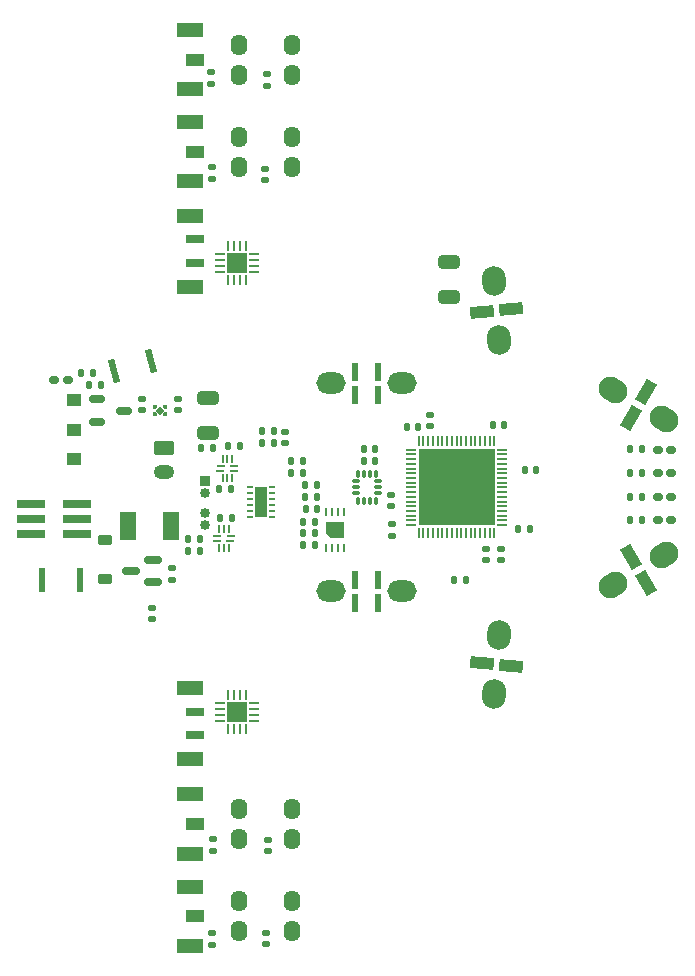
<source format=gbr>
%TF.GenerationSoftware,KiCad,Pcbnew,8.0.3*%
%TF.CreationDate,2024-06-14T00:30:10+09:00*%
%TF.ProjectId,makyi_mouse,6d616b79-695f-46d6-9f75-73652e6b6963,rev?*%
%TF.SameCoordinates,Original*%
%TF.FileFunction,Soldermask,Top*%
%TF.FilePolarity,Negative*%
%FSLAX46Y46*%
G04 Gerber Fmt 4.6, Leading zero omitted, Abs format (unit mm)*
G04 Created by KiCad (PCBNEW 8.0.3) date 2024-06-14 00:30:10*
%MOMM*%
%LPD*%
G01*
G04 APERTURE LIST*
G04 Aperture macros list*
%AMRoundRect*
0 Rectangle with rounded corners*
0 $1 Rounding radius*
0 $2 $3 $4 $5 $6 $7 $8 $9 X,Y pos of 4 corners*
0 Add a 4 corners polygon primitive as box body*
4,1,4,$2,$3,$4,$5,$6,$7,$8,$9,$2,$3,0*
0 Add four circle primitives for the rounded corners*
1,1,$1+$1,$2,$3*
1,1,$1+$1,$4,$5*
1,1,$1+$1,$6,$7*
1,1,$1+$1,$8,$9*
0 Add four rect primitives between the rounded corners*
20,1,$1+$1,$2,$3,$4,$5,0*
20,1,$1+$1,$4,$5,$6,$7,0*
20,1,$1+$1,$6,$7,$8,$9,0*
20,1,$1+$1,$8,$9,$2,$3,0*%
%AMHorizOval*
0 Thick line with rounded ends*
0 $1 width*
0 $2 $3 position (X,Y) of the first rounded end (center of the circle)*
0 $4 $5 position (X,Y) of the second rounded end (center of the circle)*
0 Add line between two ends*
20,1,$1,$2,$3,$4,$5,0*
0 Add two circle primitives to create the rounded ends*
1,1,$1,$2,$3*
1,1,$1,$4,$5*%
%AMRotRect*
0 Rectangle, with rotation*
0 The origin of the aperture is its center*
0 $1 length*
0 $2 width*
0 $3 Rotation angle, in degrees counterclockwise*
0 Add horizontal line*
21,1,$1,$2,0,0,$3*%
%AMOutline5P*
0 Free polygon, 5 corners , with rotation*
0 The origin of the aperture is its center*
0 number of corners: always 5*
0 $1 to $10 corner X, Y*
0 $11 Rotation angle, in degrees counterclockwise*
0 create outline with 5 corners*
4,1,5,$1,$2,$3,$4,$5,$6,$7,$8,$9,$10,$1,$2,$11*%
%AMOutline6P*
0 Free polygon, 6 corners , with rotation*
0 The origin of the aperture is its center*
0 number of corners: always 6*
0 $1 to $12 corner X, Y*
0 $13 Rotation angle, in degrees counterclockwise*
0 create outline with 6 corners*
4,1,6,$1,$2,$3,$4,$5,$6,$7,$8,$9,$10,$11,$12,$1,$2,$13*%
%AMOutline7P*
0 Free polygon, 7 corners , with rotation*
0 The origin of the aperture is its center*
0 number of corners: always 7*
0 $1 to $14 corner X, Y*
0 $15 Rotation angle, in degrees counterclockwise*
0 create outline with 7 corners*
4,1,7,$1,$2,$3,$4,$5,$6,$7,$8,$9,$10,$11,$12,$13,$14,$1,$2,$15*%
%AMOutline8P*
0 Free polygon, 8 corners , with rotation*
0 The origin of the aperture is its center*
0 number of corners: always 8*
0 $1 to $16 corner X, Y*
0 $17 Rotation angle, in degrees counterclockwise*
0 create outline with 8 corners*
4,1,8,$1,$2,$3,$4,$5,$6,$7,$8,$9,$10,$11,$12,$13,$14,$15,$16,$1,$2,$17*%
G04 Aperture macros list end*
%ADD10RoundRect,0.135000X0.135000X0.185000X-0.135000X0.185000X-0.135000X-0.185000X0.135000X-0.185000X0*%
%ADD11RoundRect,0.140000X0.140000X0.170000X-0.140000X0.170000X-0.140000X-0.170000X0.140000X-0.170000X0*%
%ADD12RoundRect,0.135000X-0.135000X-0.185000X0.135000X-0.185000X0.135000X0.185000X-0.135000X0.185000X0*%
%ADD13RoundRect,0.135000X-0.185000X0.135000X-0.185000X-0.135000X0.185000X-0.135000X0.185000X0.135000X0*%
%ADD14RoundRect,0.140000X-0.170000X0.140000X-0.170000X-0.140000X0.170000X-0.140000X0.170000X0.140000X0*%
%ADD15R,1.500000X1.000000*%
%ADD16R,2.200000X1.200000*%
%ADD17RoundRect,0.140000X-0.140000X-0.170000X0.140000X-0.170000X0.140000X0.170000X-0.140000X0.170000X0*%
%ADD18O,1.400000X1.800000*%
%ADD19RoundRect,0.160000X0.222500X0.160000X-0.222500X0.160000X-0.222500X-0.160000X0.222500X-0.160000X0*%
%ADD20RoundRect,0.150000X0.587500X0.150000X-0.587500X0.150000X-0.587500X-0.150000X0.587500X-0.150000X0*%
%ADD21RoundRect,0.225000X-0.375000X0.225000X-0.375000X-0.225000X0.375000X-0.225000X0.375000X0.225000X0*%
%ADD22RotRect,2.000000X1.000000X175.000000*%
%ADD23HorizOval,2.000000X-0.021789X-0.249049X0.021789X0.249049X0*%
%ADD24R,0.500000X0.250000*%
%ADD25R,1.000000X2.650000*%
%ADD26RotRect,2.000000X1.000000X120.000000*%
%ADD27HorizOval,2.000000X-0.216506X-0.125000X0.216506X0.125000X0*%
%ADD28RotRect,2.000000X1.000000X240.000000*%
%ADD29HorizOval,2.000000X0.216506X-0.125000X-0.216506X0.125000X0*%
%ADD30RoundRect,0.050000X-0.300000X-0.050000X0.300000X-0.050000X0.300000X0.050000X-0.300000X0.050000X0*%
%ADD31RoundRect,0.050000X-0.250000X-0.050000X0.250000X-0.050000X0.250000X0.050000X-0.250000X0.050000X0*%
%ADD32RoundRect,0.050000X0.050000X-0.250000X0.050000X0.250000X-0.050000X0.250000X-0.050000X-0.250000X0*%
%ADD33RoundRect,0.050000X0.250000X0.050000X-0.250000X0.050000X-0.250000X-0.050000X0.250000X-0.050000X0*%
%ADD34RoundRect,0.050000X-0.050000X0.250000X-0.050000X-0.250000X0.050000X-0.250000X0.050000X0.250000X0*%
%ADD35RoundRect,0.062500X-0.062500X0.325000X-0.062500X-0.325000X0.062500X-0.325000X0.062500X0.325000X0*%
%ADD36RoundRect,0.062500X-0.325000X0.062500X-0.325000X-0.062500X0.325000X-0.062500X0.325000X0.062500X0*%
%ADD37R,1.750000X1.750000*%
%ADD38RoundRect,0.250000X0.650000X-0.325000X0.650000X0.325000X-0.650000X0.325000X-0.650000X-0.325000X0*%
%ADD39RoundRect,0.062500X0.400000X0.062500X-0.400000X0.062500X-0.400000X-0.062500X0.400000X-0.062500X0*%
%ADD40RoundRect,0.062500X0.062500X0.400000X-0.062500X0.400000X-0.062500X-0.400000X0.062500X-0.400000X0*%
%ADD41R,6.400000X6.400000*%
%ADD42RoundRect,0.140000X0.170000X-0.140000X0.170000X0.140000X-0.170000X0.140000X-0.170000X-0.140000X0*%
%ADD43R,0.550000X2.000000*%
%ADD44R,0.250000X0.800000*%
%ADD45R,0.250000X0.680000*%
%ADD46Outline5P,-0.700000X0.380000X-0.280000X0.800000X0.700000X0.800000X0.700000X-0.800000X-0.700000X-0.800000X90.000000*%
%ADD47RoundRect,0.087500X0.087500X-0.225000X0.087500X0.225000X-0.087500X0.225000X-0.087500X-0.225000X0*%
%ADD48RoundRect,0.087500X0.225000X-0.087500X0.225000X0.087500X-0.225000X0.087500X-0.225000X-0.087500X0*%
%ADD49RoundRect,0.050000X0.300000X0.050000X-0.300000X0.050000X-0.300000X-0.050000X0.300000X-0.050000X0*%
%ADD50R,1.500000X0.700000*%
%ADD51RoundRect,0.150000X-0.512500X-0.150000X0.512500X-0.150000X0.512500X0.150000X-0.512500X0.150000X0*%
%ADD52RotRect,2.000000X1.000000X185.000000*%
%ADD53HorizOval,2.000000X0.021789X-0.249049X-0.021789X0.249049X0*%
%ADD54O,2.500000X1.800000*%
%ADD55R,0.600000X1.500000*%
%ADD56RoundRect,0.160000X-0.222500X-0.160000X0.222500X-0.160000X0.222500X0.160000X-0.222500X0.160000X0*%
%ADD57R,2.400000X0.760000*%
%ADD58Outline5P,-0.130000X0.195000X0.000000X0.195000X0.130000X0.065000X0.130000X-0.195000X-0.130000X-0.195000X90.000000*%
%ADD59RotRect,0.500000X0.500000X135.000000*%
%ADD60Outline5P,-0.130000X0.065000X0.000000X0.195000X0.130000X0.195000X0.130000X-0.195000X-0.130000X-0.195000X90.000000*%
%ADD61Outline5P,-0.130000X0.195000X0.130000X0.195000X0.130000X-0.195000X0.000000X-0.195000X-0.130000X-0.065000X90.000000*%
%ADD62Outline5P,-0.130000X0.195000X0.130000X0.195000X0.130000X-0.065000X0.000000X-0.195000X-0.130000X-0.195000X90.000000*%
%ADD63R,0.850000X0.850000*%
%ADD64O,0.850000X0.850000*%
%ADD65RotRect,0.550000X2.000000X15.000000*%
%ADD66RoundRect,0.250000X-0.625000X0.350000X-0.625000X-0.350000X0.625000X-0.350000X0.625000X0.350000X0*%
%ADD67O,1.750000X1.200000*%
%ADD68C,0.850000*%
%ADD69R,1.450000X2.400000*%
%ADD70R,1.200000X1.000000*%
G04 APERTURE END LIST*
D10*
%TO.C,R33*%
X138610000Y-82600000D03*
X137590000Y-82600000D03*
%TD*%
D11*
%TO.C,C18*%
X145780000Y-81800000D03*
X144820000Y-81800000D03*
%TD*%
D12*
%TO.C,R3*%
X141090000Y-76200000D03*
X142110000Y-76200000D03*
%TD*%
D13*
%TO.C,R14*%
X136900000Y-117690000D03*
X136900000Y-118710000D03*
%TD*%
D14*
%TO.C,C27*%
X131800000Y-90200000D03*
X131800000Y-91160000D03*
%TD*%
D15*
%TO.C,J9*%
X135500000Y-51600000D03*
D16*
X135000000Y-54100000D03*
X135000000Y-49100000D03*
%TD*%
D17*
%TO.C,C25*%
X163370000Y-78500000D03*
X164330000Y-78500000D03*
%TD*%
D18*
%TO.C,Q5*%
X139200000Y-115030000D03*
X139200000Y-117570000D03*
%TD*%
D19*
%TO.C,D8*%
X175772500Y-80800000D03*
X174627500Y-80800000D03*
%TD*%
D10*
%TO.C,R22*%
X145610000Y-82900000D03*
X144590000Y-82900000D03*
%TD*%
D20*
%TO.C,Q1*%
X131937500Y-88050000D03*
X131937500Y-86150000D03*
X130062500Y-87100000D03*
%TD*%
D21*
%TO.C,D2*%
X127800000Y-84450000D03*
X127800000Y-87750000D03*
%TD*%
D13*
%TO.C,R11*%
X137000000Y-109790000D03*
X137000000Y-110810000D03*
%TD*%
D18*
%TO.C,D4*%
X143700000Y-107230000D03*
X143700000Y-109770000D03*
%TD*%
D13*
%TO.C,R5*%
X133500000Y-86790000D03*
X133500000Y-87810000D03*
%TD*%
D22*
%TO.C,J6*%
X159754757Y-94891055D03*
X162245243Y-95108945D03*
D23*
X160782111Y-97490487D03*
X161217889Y-92509513D03*
%TD*%
D11*
%TO.C,C4*%
X150730000Y-76750000D03*
X149770000Y-76750000D03*
%TD*%
D12*
%TO.C,R35*%
X134890000Y-85400000D03*
X135910000Y-85400000D03*
%TD*%
%TO.C,R25*%
X172290000Y-82800000D03*
X173310000Y-82800000D03*
%TD*%
%TO.C,R26*%
X172290000Y-80800000D03*
X173310000Y-80800000D03*
%TD*%
D24*
%TO.C,U3*%
X140100000Y-80000000D03*
X140100000Y-80500000D03*
X140100000Y-81000000D03*
X140100000Y-81500000D03*
X140100000Y-82000000D03*
X140100000Y-82500000D03*
X142000000Y-82500000D03*
X142000000Y-82000000D03*
X142000000Y-81500000D03*
X142000000Y-81000000D03*
X142000000Y-80500000D03*
X142000000Y-80000000D03*
D25*
X141050000Y-81250000D03*
%TD*%
D13*
%TO.C,R17*%
X136900000Y-52890000D03*
X136900000Y-53910000D03*
%TD*%
D26*
%TO.C,J3*%
X172375000Y-85917468D03*
X173625000Y-88082532D03*
D27*
X170834936Y-88250000D03*
X175165064Y-85750000D03*
%TD*%
D28*
%TO.C,J5*%
X172375000Y-74082532D03*
X173625000Y-71917468D03*
D29*
X175165064Y-74250000D03*
X170834936Y-71750000D03*
%TD*%
D30*
%TO.C,U14*%
X137650000Y-78200000D03*
D31*
X137600000Y-78600000D03*
D32*
X137800000Y-79200000D03*
X138200000Y-79200000D03*
X138600000Y-79200000D03*
D33*
X138800000Y-78600000D03*
X138800000Y-78200000D03*
D34*
X138600000Y-77600000D03*
X138200000Y-77600000D03*
X137800000Y-77600000D03*
%TD*%
D12*
%TO.C,R4*%
X141090000Y-75200000D03*
X142110000Y-75200000D03*
%TD*%
D35*
%TO.C,U9*%
X139750000Y-59537500D03*
X139250000Y-59537500D03*
X138750000Y-59537500D03*
X138250000Y-59537500D03*
D36*
X137537500Y-60250000D03*
X137537500Y-60750000D03*
X137537500Y-61250000D03*
X137537500Y-61750000D03*
D35*
X138250000Y-62462500D03*
X138750000Y-62462500D03*
X139250000Y-62462500D03*
X139750000Y-62462500D03*
D36*
X140462500Y-61750000D03*
X140462500Y-61250000D03*
X140462500Y-60750000D03*
X140462500Y-60250000D03*
D37*
X139000000Y-61000000D03*
%TD*%
D12*
%TO.C,R30*%
X137490000Y-80100000D03*
X138510000Y-80100000D03*
%TD*%
D38*
%TO.C,C7*%
X136600000Y-75375000D03*
X136600000Y-72425000D03*
%TD*%
D14*
%TO.C,C8*%
X141550000Y-45020000D03*
X141550000Y-45980000D03*
%TD*%
D12*
%TO.C,R7*%
X143590000Y-78800000D03*
X144610000Y-78800000D03*
%TD*%
D39*
%TO.C,U11*%
X161487500Y-83200000D03*
X161487500Y-82800000D03*
X161487500Y-82400000D03*
X161487500Y-82000000D03*
X161487500Y-81600000D03*
X161487500Y-81200000D03*
X161487500Y-80800000D03*
X161487500Y-80400000D03*
X161487500Y-80000000D03*
X161487500Y-79600000D03*
X161487500Y-79200000D03*
X161487500Y-78800000D03*
X161487500Y-78400000D03*
X161487500Y-78000000D03*
X161487500Y-77600000D03*
X161487500Y-77200000D03*
X161487500Y-76800000D03*
D40*
X160800000Y-76112500D03*
X160400000Y-76112500D03*
X160000000Y-76112500D03*
X159600000Y-76112500D03*
X159200000Y-76112500D03*
X158800000Y-76112500D03*
X158400000Y-76112500D03*
X158000000Y-76112500D03*
X157600000Y-76112500D03*
X157200000Y-76112500D03*
X156800000Y-76112500D03*
X156400000Y-76112500D03*
X156000000Y-76112500D03*
X155600000Y-76112500D03*
X155200000Y-76112500D03*
X154800000Y-76112500D03*
X154400000Y-76112500D03*
D39*
X153712500Y-76800000D03*
X153712500Y-77200000D03*
X153712500Y-77600000D03*
X153712500Y-78000000D03*
X153712500Y-78400000D03*
X153712500Y-78800000D03*
X153712500Y-79200000D03*
X153712500Y-79600000D03*
X153712500Y-80000000D03*
X153712500Y-80400000D03*
X153712500Y-80800000D03*
X153712500Y-81200000D03*
X153712500Y-81600000D03*
X153712500Y-82000000D03*
X153712500Y-82400000D03*
X153712500Y-82800000D03*
X153712500Y-83200000D03*
D40*
X154400000Y-83887500D03*
X154800000Y-83887500D03*
X155200000Y-83887500D03*
X155600000Y-83887500D03*
X156000000Y-83887500D03*
X156400000Y-83887500D03*
X156800000Y-83887500D03*
X157200000Y-83887500D03*
X157600000Y-83887500D03*
X158000000Y-83887500D03*
X158400000Y-83887500D03*
X158800000Y-83887500D03*
X159200000Y-83887500D03*
X159600000Y-83887500D03*
X160000000Y-83887500D03*
X160400000Y-83887500D03*
X160800000Y-83887500D03*
D41*
X157600000Y-80000000D03*
%TD*%
D10*
%TO.C,R23*%
X145610000Y-83900000D03*
X144590000Y-83900000D03*
%TD*%
D14*
%TO.C,C14*%
X141400000Y-53020000D03*
X141400000Y-53980000D03*
%TD*%
D17*
%TO.C,C22*%
X160670000Y-74750000D03*
X161630000Y-74750000D03*
%TD*%
D15*
%TO.C,J7*%
X135500000Y-116300000D03*
D16*
X135000000Y-118800000D03*
X135000000Y-113800000D03*
%TD*%
D12*
%TO.C,R20*%
X144790000Y-79800000D03*
X145810000Y-79800000D03*
%TD*%
D42*
%TO.C,C24*%
X152100000Y-84080000D03*
X152100000Y-83120000D03*
%TD*%
D12*
%TO.C,R28*%
X172290000Y-76790000D03*
X173310000Y-76790000D03*
%TD*%
D43*
%TO.C,SW2*%
X122475000Y-87800000D03*
X125725000Y-87800000D03*
%TD*%
D44*
%TO.C,U10*%
X146550000Y-85100000D03*
X147050000Y-85100000D03*
X147550000Y-85100000D03*
X148050000Y-85100000D03*
X148050000Y-82100000D03*
X147550000Y-82100000D03*
X147050000Y-82100000D03*
D45*
X146550000Y-82100000D03*
D46*
X147300000Y-83600000D03*
%TD*%
D47*
%TO.C,U2*%
X149250000Y-81162500D03*
X149750000Y-81162500D03*
X150250000Y-81162500D03*
X150750000Y-81162500D03*
D48*
X150912500Y-80500000D03*
X150912500Y-80000000D03*
X150912500Y-79500000D03*
D47*
X150750000Y-78837500D03*
X150250000Y-78837500D03*
X149750000Y-78837500D03*
X149250000Y-78837500D03*
D48*
X149087500Y-79500000D03*
X149087500Y-80000000D03*
X149087500Y-80500000D03*
%TD*%
D12*
%TO.C,R6*%
X143590000Y-77800000D03*
X144610000Y-77800000D03*
%TD*%
D49*
%TO.C,U12*%
X138450000Y-84500000D03*
D33*
X138500000Y-84100000D03*
D34*
X138300000Y-83500000D03*
X137900000Y-83500000D03*
X137500000Y-83500000D03*
D31*
X137300000Y-84100000D03*
X137300000Y-84500000D03*
D32*
X137500000Y-85100000D03*
X137900000Y-85100000D03*
X138300000Y-85100000D03*
%TD*%
D11*
%TO.C,C5*%
X150730000Y-77750000D03*
X149770000Y-77750000D03*
%TD*%
D10*
%TO.C,R31*%
X139310000Y-76500000D03*
X138290000Y-76500000D03*
%TD*%
D16*
%TO.C,J13*%
X135000000Y-57000000D03*
X135000000Y-57000000D03*
D50*
X135500000Y-59000000D03*
X135500000Y-61000000D03*
D16*
X135000000Y-63000000D03*
%TD*%
D51*
%TO.C,Q2*%
X127162500Y-72550000D03*
X127162500Y-74450000D03*
X129437500Y-73500000D03*
%TD*%
D18*
%TO.C,D6*%
X143700000Y-50330000D03*
X143700000Y-52870000D03*
%TD*%
D35*
%TO.C,U8*%
X139750000Y-97537500D03*
X139250000Y-97537500D03*
X138750000Y-97537500D03*
X138250000Y-97537500D03*
D36*
X137537500Y-98250000D03*
X137537500Y-98750000D03*
X137537500Y-99250000D03*
X137537500Y-99750000D03*
D35*
X138250000Y-100462500D03*
X138750000Y-100462500D03*
X139250000Y-100462500D03*
X139750000Y-100462500D03*
D36*
X140462500Y-99750000D03*
X140462500Y-99250000D03*
X140462500Y-98750000D03*
X140462500Y-98250000D03*
D37*
X139000000Y-99000000D03*
%TD*%
D52*
%TO.C,J8*%
X159754757Y-65108945D03*
X162245243Y-64891055D03*
D53*
X161217889Y-67490487D03*
X160782111Y-62509513D03*
%TD*%
D15*
%TO.C,J2*%
X135500000Y-43800000D03*
D16*
X135000000Y-46300000D03*
X135000000Y-41300000D03*
%TD*%
D54*
%TO.C,J10*%
X152987300Y-71200000D03*
D55*
X150987300Y-70200000D03*
X148987300Y-70200000D03*
X150987300Y-72200000D03*
X148987300Y-72200000D03*
D54*
X146987300Y-71200000D03*
%TD*%
D18*
%TO.C,Q3*%
X139200000Y-42530000D03*
X139200000Y-45070000D03*
%TD*%
D10*
%TO.C,R34*%
X135910000Y-84400000D03*
X134890000Y-84400000D03*
%TD*%
D18*
%TO.C,D5*%
X143700000Y-115030000D03*
X143700000Y-117570000D03*
%TD*%
D12*
%TO.C,R32*%
X135990000Y-76700000D03*
X137010000Y-76700000D03*
%TD*%
D14*
%TO.C,C26*%
X161400000Y-85220000D03*
X161400000Y-86180000D03*
%TD*%
D10*
%TO.C,R29*%
X158410000Y-87800000D03*
X157390000Y-87800000D03*
%TD*%
D38*
%TO.C,C28*%
X157000000Y-63875000D03*
X157000000Y-60925000D03*
%TD*%
D17*
%TO.C,C21*%
X162820000Y-83500000D03*
X163780000Y-83500000D03*
%TD*%
D56*
%TO.C,D1*%
X123527500Y-70900000D03*
X124672500Y-70900000D03*
%TD*%
D57*
%TO.C,J14*%
X125450000Y-83970000D03*
X121550000Y-83970000D03*
X125450000Y-82700000D03*
X121550000Y-82700000D03*
X125450000Y-81430000D03*
X121550000Y-81430000D03*
%TD*%
D14*
%TO.C,C12*%
X141500000Y-117720000D03*
X141500000Y-118680000D03*
%TD*%
D13*
%TO.C,R8*%
X136850000Y-44790000D03*
X136850000Y-45810000D03*
%TD*%
D19*
%TO.C,D10*%
X175800000Y-76810000D03*
X174655000Y-76810000D03*
%TD*%
D18*
%TO.C,D3*%
X143700000Y-42530000D03*
X143700000Y-45070000D03*
%TD*%
D10*
%TO.C,R1*%
X127510000Y-71300000D03*
X126490000Y-71300000D03*
%TD*%
D42*
%TO.C,C2*%
X134000000Y-73480000D03*
X134000000Y-72520000D03*
%TD*%
D58*
%TO.C,U1*%
X132905000Y-73825000D03*
D59*
X132500000Y-73500000D03*
D60*
X132905000Y-73175000D03*
D61*
X132095000Y-73175000D03*
D62*
X132095000Y-73825000D03*
%TD*%
D42*
%TO.C,C1*%
X131000000Y-73480000D03*
X131000000Y-72520000D03*
%TD*%
D15*
%TO.C,J4*%
X135500000Y-108500000D03*
D16*
X135000000Y-111000000D03*
X135000000Y-106000000D03*
%TD*%
D19*
%TO.C,D7*%
X175800000Y-82790000D03*
X174655000Y-82790000D03*
%TD*%
D11*
%TO.C,C23*%
X154330000Y-74850000D03*
X153370000Y-74850000D03*
%TD*%
D63*
%TO.C,M1*%
X136300000Y-79500000D03*
D64*
X136300000Y-80500000D03*
%TD*%
D65*
%TO.C,SW3*%
X128630371Y-70120581D03*
X131769629Y-69279419D03*
%TD*%
D54*
%TO.C,J12*%
X152987300Y-88800000D03*
D55*
X150987300Y-87800000D03*
X148987300Y-87800000D03*
X150987300Y-89800000D03*
X148987300Y-89800000D03*
D54*
X146987300Y-88800000D03*
%TD*%
D66*
%TO.C,J1*%
X132850000Y-76700000D03*
D67*
X132850000Y-78700000D03*
%TD*%
D18*
%TO.C,Q4*%
X139200000Y-107230000D03*
X139200000Y-109770000D03*
%TD*%
D12*
%TO.C,R21*%
X144790000Y-80800000D03*
X145810000Y-80800000D03*
%TD*%
D14*
%TO.C,C19*%
X160100000Y-85190000D03*
X160100000Y-86150000D03*
%TD*%
D68*
%TO.C,M2*%
X136300000Y-82200000D03*
D64*
X136300000Y-83200000D03*
%TD*%
D10*
%TO.C,R2*%
X126810000Y-70300000D03*
X125790000Y-70300000D03*
%TD*%
%TO.C,R24*%
X145610000Y-84900000D03*
X144590000Y-84900000D03*
%TD*%
D42*
%TO.C,C20*%
X155350000Y-74830000D03*
X155350000Y-73870000D03*
%TD*%
D69*
%TO.C,BZ1*%
X129775000Y-83300000D03*
X133425000Y-83300000D03*
%TD*%
D12*
%TO.C,R27*%
X172290000Y-78790000D03*
X173310000Y-78790000D03*
%TD*%
D70*
%TO.C,SW1*%
X125200000Y-72600000D03*
X125200000Y-75100000D03*
X125200000Y-77600000D03*
%TD*%
D42*
%TO.C,C3*%
X143100000Y-76280000D03*
X143100000Y-75320000D03*
%TD*%
D19*
%TO.C,D9*%
X175800000Y-78800000D03*
X174655000Y-78800000D03*
%TD*%
D18*
%TO.C,Q6*%
X139200000Y-50330000D03*
X139200000Y-52870000D03*
%TD*%
D14*
%TO.C,C6*%
X152050000Y-80620000D03*
X152050000Y-81580000D03*
%TD*%
%TO.C,C10*%
X141600000Y-109820000D03*
X141600000Y-110780000D03*
%TD*%
D16*
%TO.C,J11*%
X135000000Y-103000000D03*
D50*
X135500000Y-101000000D03*
X135500000Y-99000000D03*
D16*
X135000000Y-97000000D03*
%TD*%
M02*

</source>
